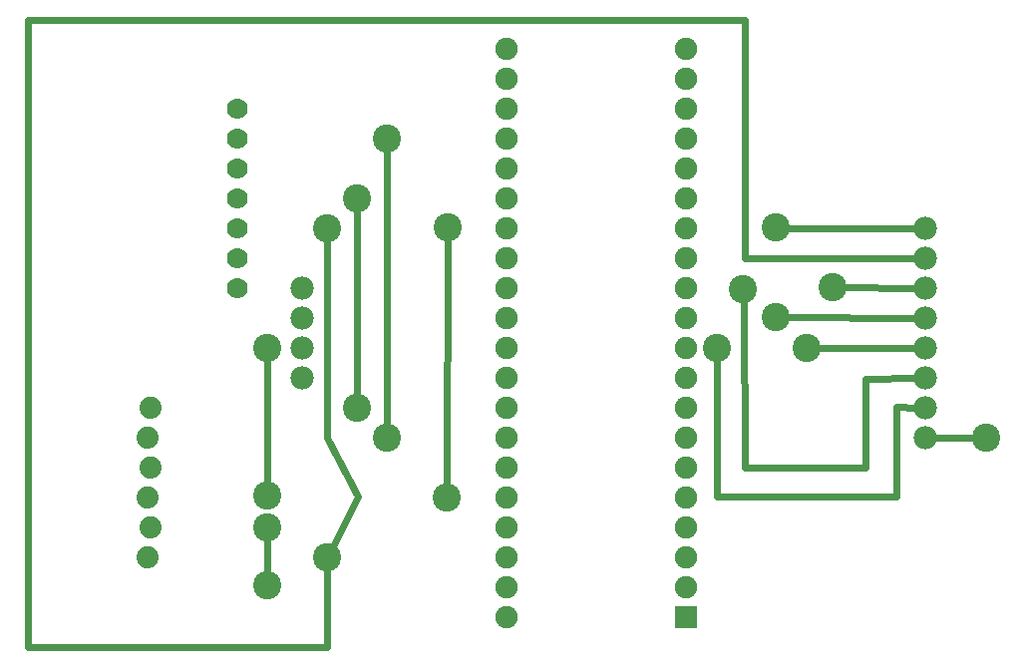
<source format=gtl>
G04 MADE WITH FRITZING*
G04 WWW.FRITZING.ORG*
G04 DOUBLE SIDED*
G04 HOLES PLATED*
G04 CONTOUR ON CENTER OF CONTOUR VECTOR*
%ASAXBY*%
%FSLAX23Y23*%
%MOIN*%
%OFA0B0*%
%SFA1.0B1.0*%
%ADD10C,0.094488*%
%ADD11C,0.075000*%
%ADD12C,0.078000*%
%ADD13C,0.070000*%
%ADD14C,0.074000*%
%ADD15R,0.075000X0.075000*%
%ADD16C,0.024000*%
%LNCOPPER1*%
G90*
G70*
G54D10*
X1500Y1602D03*
X2400Y1200D03*
X2488Y1397D03*
X2597Y1302D03*
X2699Y1200D03*
X2597Y1602D03*
X2788Y1404D03*
X3299Y900D03*
G54D11*
X2297Y299D03*
X1697Y299D03*
X2297Y399D03*
X1697Y399D03*
X2297Y499D03*
X1697Y499D03*
X2297Y599D03*
X1697Y599D03*
X2297Y699D03*
X1697Y699D03*
X2297Y799D03*
X1697Y799D03*
X2297Y899D03*
X1697Y899D03*
X2297Y999D03*
X1697Y999D03*
X2297Y1099D03*
X1697Y1099D03*
X2297Y1199D03*
X1697Y1199D03*
X2297Y1299D03*
X1697Y1299D03*
X2297Y1399D03*
X1697Y1399D03*
X2297Y1499D03*
X1697Y1499D03*
X2297Y1599D03*
X1697Y1599D03*
X2297Y1699D03*
X1697Y1699D03*
X2297Y1799D03*
X1697Y1799D03*
X2297Y1899D03*
X1697Y1899D03*
X2297Y1999D03*
X1697Y1999D03*
X2297Y2099D03*
X1697Y2099D03*
X2297Y2199D03*
X1697Y2199D03*
G54D10*
X898Y407D03*
X1498Y698D03*
G54D12*
X3097Y1499D03*
X3097Y1099D03*
X1012Y1099D03*
X3097Y1299D03*
X3097Y899D03*
X1012Y1199D03*
X3097Y1599D03*
X3097Y1399D03*
X3097Y1199D03*
X3097Y999D03*
X1012Y1299D03*
X1012Y1399D03*
G54D13*
X797Y1399D03*
X797Y1499D03*
X797Y1599D03*
X797Y1699D03*
X797Y1799D03*
X797Y1899D03*
X797Y1999D03*
G54D14*
X497Y499D03*
X507Y599D03*
X497Y699D03*
X507Y799D03*
X497Y899D03*
X507Y999D03*
G54D10*
X1097Y1599D03*
X897Y1199D03*
X897Y707D03*
X897Y599D03*
X1097Y499D03*
X1297Y899D03*
X1197Y999D03*
X1197Y1699D03*
X1297Y1899D03*
G54D15*
X2297Y299D03*
G54D16*
X2624Y1601D02*
X3067Y1599D01*
D02*
X97Y198D02*
X97Y2297D01*
D02*
X97Y2297D02*
X2495Y2297D01*
D02*
X2495Y2297D02*
X2495Y1499D01*
D02*
X2495Y1499D02*
X3067Y1499D01*
D02*
X1098Y900D02*
X1200Y702D01*
D02*
X1200Y702D02*
X1110Y523D01*
D02*
X2624Y1302D02*
X3067Y1299D01*
D02*
X2726Y1200D02*
X3067Y1199D01*
D02*
X2897Y1097D02*
X3067Y1099D01*
D02*
X2897Y798D02*
X2897Y1097D01*
D02*
X3067Y1400D02*
X2815Y1404D01*
D02*
X1098Y198D02*
X97Y198D01*
D02*
X1098Y472D02*
X1098Y198D01*
D02*
X1097Y1572D02*
X1098Y900D01*
D02*
X3272Y900D02*
X3128Y899D01*
D02*
X2400Y1173D02*
X2400Y702D01*
D02*
X2489Y1370D02*
X2495Y798D01*
D02*
X2999Y1002D02*
X3067Y1000D01*
D02*
X2400Y702D02*
X2999Y702D01*
D02*
X2495Y798D02*
X2897Y798D01*
D02*
X2999Y702D02*
X2999Y1002D01*
D02*
X1500Y1575D02*
X1498Y725D01*
D02*
X1197Y1026D02*
X1197Y1672D01*
D02*
X1297Y926D02*
X1297Y1872D01*
D02*
X898Y572D02*
X898Y434D01*
D02*
X897Y1172D02*
X897Y733D01*
G04 End of Copper1*
M02*
</source>
